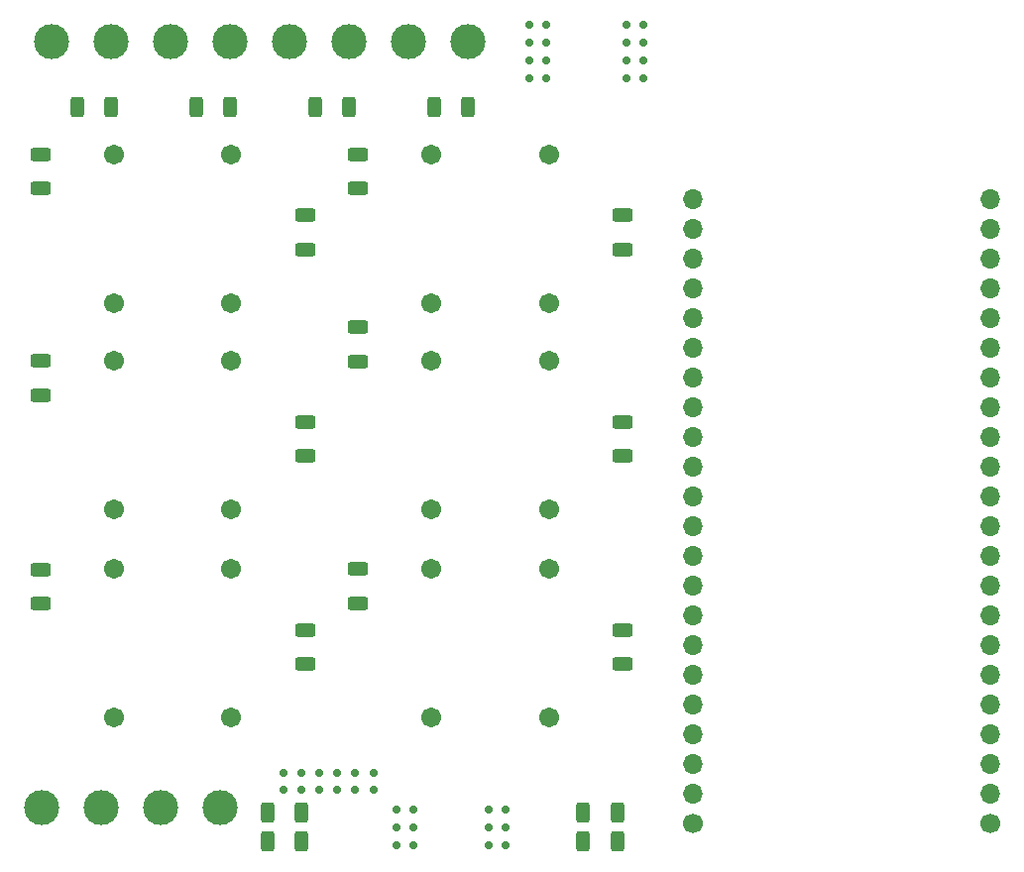
<source format=gbr>
%TF.GenerationSoftware,KiCad,Pcbnew,7.0.10*%
%TF.CreationDate,2024-03-07T00:47:07-03:00*%
%TF.ProjectId,board,626f6172-642e-46b6-9963-61645f706362,rev?*%
%TF.SameCoordinates,Original*%
%TF.FileFunction,Soldermask,Top*%
%TF.FilePolarity,Negative*%
%FSLAX46Y46*%
G04 Gerber Fmt 4.6, Leading zero omitted, Abs format (unit mm)*
G04 Created by KiCad (PCBNEW 7.0.10) date 2024-03-07 00:47:07*
%MOMM*%
%LPD*%
G01*
G04 APERTURE LIST*
G04 Aperture macros list*
%AMRoundRect*
0 Rectangle with rounded corners*
0 $1 Rounding radius*
0 $2 $3 $4 $5 $6 $7 $8 $9 X,Y pos of 4 corners*
0 Add a 4 corners polygon primitive as box body*
4,1,4,$2,$3,$4,$5,$6,$7,$8,$9,$2,$3,0*
0 Add four circle primitives for the rounded corners*
1,1,$1+$1,$2,$3*
1,1,$1+$1,$4,$5*
1,1,$1+$1,$6,$7*
1,1,$1+$1,$8,$9*
0 Add four rect primitives between the rounded corners*
20,1,$1+$1,$2,$3,$4,$5,0*
20,1,$1+$1,$4,$5,$6,$7,0*
20,1,$1+$1,$6,$7,$8,$9,0*
20,1,$1+$1,$8,$9,$2,$3,0*%
G04 Aperture macros list end*
%ADD10RoundRect,0.150000X0.150000X0.200000X-0.150000X0.200000X-0.150000X-0.200000X0.150000X-0.200000X0*%
%ADD11RoundRect,0.150000X-0.200000X0.150000X-0.200000X-0.150000X0.200000X-0.150000X0.200000X0.150000X0*%
%ADD12C,3.000000*%
%ADD13C,1.700000*%
%ADD14O,1.700000X1.700000*%
%ADD15C,1.712000*%
%ADD16RoundRect,0.250000X0.312500X0.625000X-0.312500X0.625000X-0.312500X-0.625000X0.312500X-0.625000X0*%
%ADD17RoundRect,0.250000X0.625000X-0.312500X0.625000X0.312500X-0.625000X0.312500X-0.625000X-0.312500X0*%
%ADD18RoundRect,0.250000X-0.625000X0.312500X-0.625000X-0.312500X0.625000X-0.312500X0.625000X0.312500X0*%
%ADD19RoundRect,0.250000X-0.312500X-0.625000X0.312500X-0.625000X0.312500X0.625000X-0.312500X0.625000X0*%
%ADD20RoundRect,0.150000X0.200000X-0.150000X0.200000X0.150000X-0.200000X0.150000X-0.200000X-0.150000X0*%
G04 APERTURE END LIST*
D10*
%TO.C,DZ17*%
X107224600Y-60477400D03*
X108624600Y-60477400D03*
%TD*%
D11*
%TO.C,DZ4*%
X82506000Y-121213000D03*
X82506000Y-119813000D03*
%TD*%
D12*
%TO.C,ST6*%
X63195200Y-57327800D03*
X58115200Y-57327800D03*
%TD*%
D13*
%TO.C,ESP32-S3_BACK1*%
X138277600Y-124079000D03*
D14*
X138277600Y-121539000D03*
X138277600Y-118999000D03*
X138277600Y-116459000D03*
X138277600Y-113919000D03*
X138277600Y-111379000D03*
X138277600Y-108839000D03*
X138277600Y-106299000D03*
X138277600Y-103759000D03*
X138277600Y-101219000D03*
X138277600Y-98679000D03*
X138277600Y-96139000D03*
X138277600Y-93599000D03*
X138277600Y-91059000D03*
X138277600Y-88519000D03*
X138277600Y-85979000D03*
X138277600Y-83439000D03*
X138277600Y-80899000D03*
X138277600Y-78359000D03*
X138277600Y-75819000D03*
X138277600Y-73279000D03*
X138277600Y-70739000D03*
%TD*%
D10*
%TO.C,DZ15*%
X98930000Y-57404000D03*
X100330000Y-57404000D03*
%TD*%
%TO.C,DZ10*%
X95439000Y-122936000D03*
X96839000Y-122936000D03*
%TD*%
D15*
%TO.C,TP1*%
X63453000Y-66929000D03*
X63453000Y-79629000D03*
X73453000Y-79629000D03*
X73453000Y-66929000D03*
%TD*%
D16*
%TO.C,R20*%
X93664500Y-62915800D03*
X90739500Y-62915800D03*
%TD*%
D12*
%TO.C,ST4*%
X83515200Y-57327800D03*
X78435200Y-57327800D03*
%TD*%
D15*
%TO.C,TP6*%
X90558200Y-102362000D03*
X90558200Y-115062000D03*
X100558200Y-115062000D03*
X100558200Y-102362000D03*
%TD*%
%TO.C,TP5*%
X90558200Y-84582000D03*
X90558200Y-97282000D03*
X100558200Y-97282000D03*
X100558200Y-84582000D03*
%TD*%
D17*
%TO.C,R4*%
X79765300Y-92750100D03*
X79765300Y-89825100D03*
%TD*%
D10*
%TO.C,DZ11*%
X95439000Y-124460000D03*
X96839000Y-124460000D03*
%TD*%
D18*
%TO.C,R11*%
X84264500Y-102362000D03*
X84264500Y-105287000D03*
%TD*%
D19*
%TO.C,R17*%
X60274200Y-62915800D03*
X63199200Y-62915800D03*
%TD*%
D10*
%TO.C,DZ20*%
X107224600Y-55880000D03*
X108624600Y-55880000D03*
%TD*%
%TO.C,DZ7*%
X87565000Y-122936000D03*
X88965000Y-122936000D03*
%TD*%
D16*
%TO.C,R14*%
X79462500Y-125620200D03*
X76537500Y-125620200D03*
%TD*%
D10*
%TO.C,DZ15*%
X98930000Y-55880000D03*
X100330000Y-55880000D03*
%TD*%
D18*
%TO.C,R7*%
X84264500Y-66965100D03*
X84264500Y-69890100D03*
%TD*%
D16*
%TO.C,R19*%
X83519200Y-62915800D03*
X80594200Y-62915800D03*
%TD*%
D17*
%TO.C,R2*%
X79765300Y-75097100D03*
X79765300Y-72172100D03*
%TD*%
D10*
%TO.C,DZ14*%
X98930000Y-58928000D03*
X100330000Y-58928000D03*
%TD*%
D20*
%TO.C,DZ1*%
X79458000Y-119813000D03*
X79458000Y-121213000D03*
%TD*%
D19*
%TO.C,R16*%
X103501000Y-125620200D03*
X106426000Y-125620200D03*
%TD*%
D20*
%TO.C,DZ3*%
X80982000Y-119813000D03*
X80982000Y-121213000D03*
%TD*%
D17*
%TO.C,R12*%
X106870500Y-110530100D03*
X106870500Y-107605100D03*
%TD*%
D19*
%TO.C,R15*%
X103501000Y-123190000D03*
X106426000Y-123190000D03*
%TD*%
D20*
%TO.C,DZ1*%
X77908600Y-119813000D03*
X77908600Y-121213000D03*
%TD*%
D18*
%TO.C,R1*%
X57159300Y-66965100D03*
X57159300Y-69890100D03*
%TD*%
D10*
%TO.C,DZ9*%
X87565000Y-126009400D03*
X88965000Y-126009400D03*
%TD*%
D11*
%TO.C,DZ6*%
X85579400Y-121213000D03*
X85579400Y-119813000D03*
%TD*%
D17*
%TO.C,R8*%
X106870500Y-75097100D03*
X106870500Y-72172100D03*
%TD*%
%TO.C,R6*%
X79765300Y-110530100D03*
X79765300Y-107605100D03*
%TD*%
D18*
%TO.C,R3*%
X57159300Y-84618100D03*
X57159300Y-87543100D03*
%TD*%
D16*
%TO.C,R18*%
X73359200Y-62915800D03*
X70434200Y-62915800D03*
%TD*%
D12*
%TO.C,ST5*%
X73355200Y-57327800D03*
X68275200Y-57327800D03*
%TD*%
%TO.C,ST3*%
X93675200Y-57327800D03*
X88595200Y-57327800D03*
%TD*%
%TO.C,ST1*%
X57277000Y-122745500D03*
X62357000Y-122745500D03*
%TD*%
D10*
%TO.C,DZ19*%
X107224600Y-57404000D03*
X108624600Y-57404000D03*
%TD*%
D13*
%TO.C,ESP32-S3_FRONT1*%
X112877600Y-124079000D03*
D14*
X112877600Y-121539000D03*
X112877600Y-118999000D03*
X112877600Y-116459000D03*
X112877600Y-113919000D03*
X112877600Y-111379000D03*
X112877600Y-108839000D03*
X112877600Y-106299000D03*
X112877600Y-103759000D03*
X112877600Y-101219000D03*
X112877600Y-98679000D03*
X112877600Y-96139000D03*
X112877600Y-93599000D03*
X112877600Y-91059000D03*
X112877600Y-88519000D03*
X112877600Y-85979000D03*
X112877600Y-83439000D03*
X112877600Y-80899000D03*
X112877600Y-78359000D03*
X112877600Y-75819000D03*
X112877600Y-73279000D03*
X112877600Y-70739000D03*
%TD*%
D17*
%TO.C,R5*%
X57159300Y-105348500D03*
X57159300Y-102423500D03*
%TD*%
D10*
%TO.C,DZ8*%
X87565000Y-124460000D03*
X88965000Y-124460000D03*
%TD*%
D17*
%TO.C,R10*%
X106870500Y-92750100D03*
X106870500Y-89825100D03*
%TD*%
D11*
%TO.C,DZ5*%
X84030000Y-121213000D03*
X84030000Y-119813000D03*
%TD*%
D18*
%TO.C,R9*%
X84264500Y-81722500D03*
X84264500Y-84647500D03*
%TD*%
D15*
%TO.C,TP4*%
X90558200Y-66929000D03*
X90558200Y-79629000D03*
X100558200Y-79629000D03*
X100558200Y-66929000D03*
%TD*%
D10*
%TO.C,DZ12*%
X95439000Y-126009400D03*
X96839000Y-126009400D03*
%TD*%
D16*
%TO.C,R13*%
X79462500Y-123190000D03*
X76537500Y-123190000D03*
%TD*%
D10*
%TO.C,DZ13*%
X98930000Y-60477400D03*
X100330000Y-60477400D03*
%TD*%
D15*
%TO.C,TP3*%
X63453000Y-102362000D03*
X63453000Y-115062000D03*
X73453000Y-115062000D03*
X73453000Y-102362000D03*
%TD*%
D12*
%TO.C,ST2*%
X67437000Y-122745500D03*
X72517000Y-122745500D03*
%TD*%
D10*
%TO.C,DZ18*%
X107224600Y-58928000D03*
X108624600Y-58928000D03*
%TD*%
D15*
%TO.C,TP2*%
X63453000Y-84582000D03*
X63453000Y-97282000D03*
X73453000Y-97282000D03*
X73453000Y-84582000D03*
%TD*%
M02*

</source>
